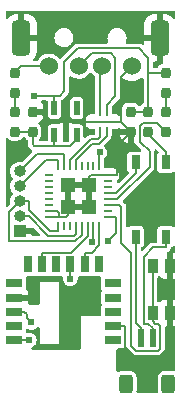
<source format=gtl>
G04 #@! TF.GenerationSoftware,KiCad,Pcbnew,(6.0.9)*
G04 #@! TF.CreationDate,2022-12-10T19:33:08+09:00*
G04 #@! TF.ProjectId,otaHID,6f746148-4944-42e6-9b69-6361645f7063,2.0*
G04 #@! TF.SameCoordinates,Original*
G04 #@! TF.FileFunction,Copper,L1,Top*
G04 #@! TF.FilePolarity,Positive*
%FSLAX46Y46*%
G04 Gerber Fmt 4.6, Leading zero omitted, Abs format (unit mm)*
G04 Created by KiCad (PCBNEW (6.0.9)) date 2022-12-10 19:33:08*
%MOMM*%
%LPD*%
G01*
G04 APERTURE LIST*
G04 Aperture macros list*
%AMRoundRect*
0 Rectangle with rounded corners*
0 $1 Rounding radius*
0 $2 $3 $4 $5 $6 $7 $8 $9 X,Y pos of 4 corners*
0 Add a 4 corners polygon primitive as box body*
4,1,4,$2,$3,$4,$5,$6,$7,$8,$9,$2,$3,0*
0 Add four circle primitives for the rounded corners*
1,1,$1+$1,$2,$3*
1,1,$1+$1,$4,$5*
1,1,$1+$1,$6,$7*
1,1,$1+$1,$8,$9*
0 Add four rect primitives between the rounded corners*
20,1,$1+$1,$2,$3,$4,$5,0*
20,1,$1+$1,$4,$5,$6,$7,0*
20,1,$1+$1,$6,$7,$8,$9,0*
20,1,$1+$1,$8,$9,$2,$3,0*%
G04 Aperture macros list end*
G04 #@! TA.AperFunction,SMDPad,CuDef*
%ADD10RoundRect,0.200000X-0.200000X0.250000X-0.200000X-0.250000X0.200000X-0.250000X0.200000X0.250000X0*%
G04 #@! TD*
G04 #@! TA.AperFunction,SMDPad,CuDef*
%ADD11R,0.150000X0.800000*%
G04 #@! TD*
G04 #@! TA.AperFunction,SMDPad,CuDef*
%ADD12R,0.800000X0.150000*%
G04 #@! TD*
G04 #@! TA.AperFunction,SMDPad,CuDef*
%ADD13R,1.200000X1.200000*%
G04 #@! TD*
G04 #@! TA.AperFunction,SMDPad,CuDef*
%ADD14R,0.200000X0.675000*%
G04 #@! TD*
G04 #@! TA.AperFunction,SMDPad,CuDef*
%ADD15R,0.700000X0.200000*%
G04 #@! TD*
G04 #@! TA.AperFunction,SMDPad,CuDef*
%ADD16R,0.900000X1.200000*%
G04 #@! TD*
G04 #@! TA.AperFunction,SMDPad,CuDef*
%ADD17R,1.400000X0.800000*%
G04 #@! TD*
G04 #@! TA.AperFunction,SMDPad,CuDef*
%ADD18R,0.800000X1.400000*%
G04 #@! TD*
G04 #@! TA.AperFunction,SMDPad,CuDef*
%ADD19RoundRect,0.200000X0.200000X-0.250000X0.200000X0.250000X-0.200000X0.250000X-0.200000X-0.250000X0*%
G04 #@! TD*
G04 #@! TA.AperFunction,ComponentPad*
%ADD20R,1.000000X1.000000*%
G04 #@! TD*
G04 #@! TA.AperFunction,ComponentPad*
%ADD21O,1.000000X1.000000*%
G04 #@! TD*
G04 #@! TA.AperFunction,SMDPad,CuDef*
%ADD22R,0.500000X1.200000*%
G04 #@! TD*
G04 #@! TA.AperFunction,SMDPad,CuDef*
%ADD23R,0.800000X1.200000*%
G04 #@! TD*
G04 #@! TA.AperFunction,SMDPad,CuDef*
%ADD24RoundRect,0.300000X-0.300000X-0.500000X0.300000X-0.500000X0.300000X0.500000X-0.300000X0.500000X0*%
G04 #@! TD*
G04 #@! TA.AperFunction,SMDPad,CuDef*
%ADD25R,0.600000X1.550000*%
G04 #@! TD*
G04 #@! TA.AperFunction,ComponentPad*
%ADD26C,1.524000*%
G04 #@! TD*
G04 #@! TA.AperFunction,ComponentPad*
%ADD27RoundRect,0.400000X0.400000X1.100000X-0.400000X1.100000X-0.400000X-1.100000X0.400000X-1.100000X0*%
G04 #@! TD*
G04 #@! TA.AperFunction,ViaPad*
%ADD28C,0.609600*%
G04 #@! TD*
G04 #@! TA.AperFunction,Conductor*
%ADD29C,0.203200*%
G04 #@! TD*
G04 #@! TA.AperFunction,Conductor*
%ADD30C,0.152400*%
G04 #@! TD*
G04 APERTURE END LIST*
D10*
X3400000Y-3850000D03*
X3400000Y-5550000D03*
D11*
X-2750000Y-13500000D03*
X-2250000Y-13500000D03*
X-1750000Y-13500000D03*
X-1250000Y-13500000D03*
X-750000Y-13500000D03*
X-250000Y-13500000D03*
X250000Y-13500000D03*
X750000Y-13500000D03*
D12*
X1500000Y-12750000D03*
X1500000Y-12250000D03*
X1500000Y-11750000D03*
X1500000Y-11250000D03*
X1500000Y-10750000D03*
X1500000Y-10250000D03*
X1500000Y-9750000D03*
X1500000Y-9250000D03*
D11*
X750000Y-8500000D03*
X250000Y-8500000D03*
X-250000Y-8500000D03*
X-750000Y-8500000D03*
X-1250000Y-8500000D03*
X-1750000Y-8500000D03*
X-2250000Y-8500000D03*
X-2750000Y-8500000D03*
D12*
X-3500000Y-9250000D03*
X-3500000Y-9750000D03*
X-3500000Y-10250000D03*
X-3500000Y-10750000D03*
X-3500000Y-11250000D03*
X-3500000Y-11750000D03*
X-3500000Y-12250000D03*
D13*
X-100000Y-10100000D03*
X-1900000Y-11900000D03*
X-1900000Y-10100000D03*
D12*
X-3500000Y-12750000D03*
D13*
X-100000Y-11900000D03*
D14*
X825000Y-3912500D03*
X1375000Y-3912500D03*
D15*
X1750000Y-4700000D03*
D14*
X1375000Y-5487500D03*
X825000Y-5487500D03*
D15*
X450000Y-4700000D03*
D16*
X5250000Y-16900000D03*
X5250000Y-20900000D03*
X6750000Y-16900000D03*
X6750000Y-20900000D03*
D17*
X1900000Y-23200000D03*
X1900000Y-22000000D03*
X1900000Y-20800000D03*
X1900000Y-19600000D03*
X1900000Y-18400000D03*
D18*
X700000Y-16800000D03*
X-500000Y-16800000D03*
X-1700000Y-16800000D03*
X-2900000Y-16800000D03*
X-4100000Y-16800000D03*
X-5300000Y-16800000D03*
D17*
X-6500000Y-18400000D03*
X-6500000Y-19600000D03*
X-6500000Y-20800000D03*
X-6500000Y-22000000D03*
X-6500000Y-23200000D03*
D19*
X-4900000Y-5550000D03*
X-4900000Y-3850000D03*
D10*
X6400000Y-550000D03*
X6400000Y-2250000D03*
D20*
X-6000000Y-14000000D03*
D21*
X-6000000Y-12730000D03*
X-6000000Y-11460000D03*
X-6000000Y-10190000D03*
X-6000000Y-8920000D03*
D19*
X-6400000Y-5550000D03*
X-6400000Y-3850000D03*
D22*
X-3050000Y-5850000D03*
X-2100000Y-5850000D03*
X-1150000Y-5850000D03*
X-1150000Y-3550000D03*
X-3050000Y-3550000D03*
D19*
X-6400000Y-2250000D03*
X-6400000Y-550000D03*
X6400000Y-5550000D03*
X6400000Y-3850000D03*
D23*
X6370000Y-8150000D03*
X3830000Y-8150000D03*
X3830000Y-14450000D03*
X6370000Y-14450000D03*
D24*
X6600000Y-26900000D03*
X3000000Y-26900000D03*
D25*
X4300000Y-23050000D03*
X5300000Y-23050000D03*
D10*
X4900000Y-3850000D03*
X4900000Y-5550000D03*
D26*
X-3500000Y0D03*
X-1000000Y0D03*
X1000000Y0D03*
X3500000Y0D03*
D27*
X5850000Y2400000D03*
X-5850000Y2400000D03*
D28*
X4800000Y-25700000D03*
X5100000Y-11300000D03*
X-5600000Y-7400000D03*
X-2100000Y-4700000D03*
X2204900Y-7295100D03*
X-5000000Y-18432400D03*
X6300000Y-18900000D03*
X-500000Y-19400000D03*
X1500000Y-14809600D03*
X-1700000Y-18009600D03*
X-5180000Y-23200000D03*
X133900Y-14862200D03*
X800000Y-7300000D03*
X-4800000Y-2500000D03*
X-5000000Y-21710500D03*
D29*
X-1150000Y-6189000D02*
X-1715900Y-6754900D01*
X-4900000Y-5550000D02*
X-4900000Y-6600000D01*
X-4745100Y-6754900D02*
X-3050000Y-6754900D01*
X-6400000Y-5550000D02*
X-4900000Y-5550000D01*
X-4900000Y-6600000D02*
X-4745100Y-6754900D01*
X-1150000Y-5850000D02*
X-1150000Y-6189000D01*
X-3050000Y-5850000D02*
X-3050000Y-6754900D01*
X-1715900Y-6754900D02*
X-3050000Y-6754900D01*
X-1900000Y-10100000D02*
X-995100Y-10100000D01*
X-100000Y-10100000D02*
X-100000Y-11900000D01*
X6750000Y-16900000D02*
X6750000Y-20900000D01*
X2077500Y-4700000D02*
X2550000Y-4700000D01*
X3674100Y-24543200D02*
X5910000Y-24543200D01*
X1900000Y-22000000D02*
X2904900Y-22000000D01*
X450000Y-4700000D02*
X-2100000Y-4700000D01*
X2904900Y-23774000D02*
X3674100Y-24543200D01*
D30*
X-1900000Y-12600000D02*
X-1900000Y-11900000D01*
D29*
X2204900Y-9250000D02*
X2204900Y-7295100D01*
X-2100000Y-4700000D02*
X-3400000Y-4700000D01*
D30*
X-2850000Y-12250000D02*
X-3500000Y-12250000D01*
X-3500000Y-12750000D02*
X-2850000Y-12750000D01*
D29*
X-2100000Y-5850000D02*
X-2100000Y-4700000D01*
X450000Y-4700000D02*
X1750000Y-4700000D01*
D30*
X-2700000Y-12400000D02*
X-2850000Y-12250000D01*
D29*
X2550000Y-4700000D02*
X3400000Y-5550000D01*
X2204900Y-7295100D02*
X2204900Y-6745100D01*
D30*
X-2700000Y-12400000D02*
X-2700000Y-12700000D01*
D29*
X-100000Y-10100000D02*
X-995100Y-10100000D01*
X2550000Y-950000D02*
X3500000Y0D01*
X6750000Y-23703200D02*
X6750000Y-20900000D01*
X-100000Y-11900000D02*
X-995100Y-11900000D01*
X1750000Y-4700000D02*
X2077500Y-4700000D01*
X-1900000Y-10100000D02*
X-1900000Y-11900000D01*
D30*
X-2050000Y-12750000D02*
X-1900000Y-12600000D01*
X-2700000Y-12700000D02*
X-2650000Y-12750000D01*
D29*
X-4250000Y-3850000D02*
X-4900000Y-3850000D01*
X5910000Y-24543200D02*
X6750000Y-23703200D01*
D30*
X1500000Y-9250000D02*
X50000Y-9250000D01*
D29*
X-1900000Y-11900000D02*
X-995100Y-11900000D01*
X2904900Y-22000000D02*
X2904900Y-23774000D01*
D30*
X-2850000Y-12750000D02*
X-2650000Y-12750000D01*
D29*
X-3400000Y-4700000D02*
X-4250000Y-3850000D01*
D30*
X50000Y-9250000D02*
X-100000Y-9400000D01*
D29*
X2204900Y-6745100D02*
X3400000Y-5550000D01*
D30*
X-2650000Y-12750000D02*
X-2050000Y-12750000D01*
X1500000Y-9250000D02*
X2204900Y-9250000D01*
D29*
X2550000Y-950000D02*
X2550000Y-4700000D01*
D30*
X-100000Y-9400000D02*
X-100000Y-10100000D01*
D29*
X5000000Y-8530000D02*
X2280000Y-11250000D01*
X4185000Y-5059200D02*
X4185000Y-6395000D01*
X4195000Y-6395000D02*
X5000000Y-7200000D01*
X6400000Y-5550000D02*
X5637500Y-4787500D01*
X4456700Y-4787500D02*
X4185000Y-5059200D01*
X5000000Y-7200000D02*
X5000000Y-8530000D01*
D30*
X1500000Y-11250000D02*
X2280000Y-11250000D01*
D29*
X5637500Y-4787500D02*
X4456700Y-4787500D01*
X4185000Y-6395000D02*
X4195000Y-6395000D01*
X6400000Y-3850000D02*
X6400000Y-2250000D01*
X-6400000Y-2250000D02*
X-6400000Y-3850000D01*
X-5850000Y0D02*
X-6400000Y-550000D01*
X-3500000Y0D02*
X-5850000Y0D01*
X2100000Y700000D02*
X2100000Y-2545100D01*
X-1000000Y0D02*
X95300Y1095300D01*
X1375000Y-3912500D02*
X1375000Y-3270100D01*
X1704700Y1095300D02*
X2100000Y700000D01*
X2100000Y-2545100D02*
X1375000Y-3270100D01*
X95300Y1095300D02*
X1704700Y1095300D01*
X1000000Y0D02*
X825000Y-175000D01*
X825000Y-175000D02*
X825000Y-3912500D01*
D30*
X-1250000Y-14241184D02*
X-1354408Y-14345592D01*
D29*
X-5195100Y-12730000D02*
X-3570200Y-14354900D01*
X-6000000Y-12730000D02*
X-5195100Y-12730000D01*
D30*
X-1250000Y-13500000D02*
X-1250000Y-14241184D01*
D29*
X-3570200Y-14354900D02*
X-1400000Y-14354900D01*
D30*
X-2750000Y-8500000D02*
X-2750000Y-7950000D01*
D29*
X-6000000Y-10190000D02*
X-3760000Y-7950000D01*
X-3760000Y-7950000D02*
X-2750000Y-7950000D01*
X-4530000Y-7450000D02*
X-2250000Y-7450000D01*
X-6000000Y-8920000D02*
X-4530000Y-7450000D01*
D30*
X-2250000Y-8500000D02*
X-2250000Y-7450000D01*
D29*
X3830000Y-21714336D02*
X4300000Y-22184336D01*
X3830000Y-14450000D02*
X3830000Y-21714336D01*
X4300000Y-22184336D02*
X4300000Y-23050000D01*
X3842500Y-24136700D02*
X3423400Y-23717600D01*
X5484968Y-21815032D02*
X5749632Y-21815032D01*
X5250000Y-20900000D02*
X5250000Y-21580064D01*
X2600000Y-14990400D02*
X2600000Y-11900000D01*
X5250000Y-21580064D02*
X5484968Y-21815032D01*
X3423400Y-23717600D02*
X3423400Y-15813800D01*
X5905000Y-23973300D02*
X5741600Y-24136700D01*
X5749632Y-21815032D02*
X5905000Y-21970400D01*
X5250000Y-20900000D02*
X5250000Y-16900000D01*
D30*
X1500000Y-11750000D02*
X2450000Y-11750000D01*
D29*
X5905000Y-21970400D02*
X5905000Y-23973300D01*
X5741600Y-24136700D02*
X3842500Y-24136700D01*
X3423400Y-15813800D02*
X2600000Y-14990400D01*
X2600000Y-11900000D02*
X2450000Y-11750000D01*
D30*
X-1250000Y-8500000D02*
X-1250000Y-7969094D01*
X-1250000Y-7969094D02*
X159547Y-6559547D01*
X749253Y-6559547D02*
X1375000Y-5933800D01*
X159547Y-6559547D02*
X749253Y-6559547D01*
X1375000Y-5933800D02*
X1375000Y-5487500D01*
X-1750000Y-7966200D02*
X-1750000Y-8500000D01*
X16200Y-6200000D02*
X-1750000Y-7966200D01*
X825000Y-5487500D02*
X825000Y-5975000D01*
X600000Y-6200000D02*
X16200Y-6200000D01*
X825000Y-5975000D02*
X600000Y-6200000D01*
D29*
X139300Y-15795100D02*
X750000Y-15184400D01*
X-500000Y-15795100D02*
X139300Y-15795100D01*
D30*
X750000Y-13500000D02*
X750000Y-15184400D01*
D29*
X-500000Y-16800000D02*
X-500000Y-15795100D01*
X1500000Y-14809600D02*
X2150000Y-14159600D01*
X-1700000Y-16800000D02*
X-1700000Y-17804900D01*
X-1700000Y-17804900D02*
X-1700000Y-18009600D01*
D30*
X1500000Y-12750000D02*
X2150000Y-12750000D01*
D29*
X2150000Y-14159600D02*
X2150000Y-12750000D01*
D30*
X2134900Y-10750000D02*
X2204900Y-10680000D01*
D29*
X3830000Y-9054900D02*
X2204900Y-10680000D01*
D30*
X1500000Y-10750000D02*
X2134900Y-10750000D01*
D29*
X3830000Y-8150000D02*
X3830000Y-9054900D01*
X4495200Y-21804800D02*
X4900000Y-21804800D01*
X4495000Y-21804600D02*
X4495200Y-21804800D01*
X6370000Y-14450000D02*
X6370000Y-15354900D01*
X4495000Y-16150900D02*
X4495000Y-21804600D01*
X5300000Y-22204800D02*
X5300000Y-23050000D01*
X5291000Y-15354900D02*
X4495000Y-16150900D01*
X4900000Y-21804800D02*
X5300000Y-22204800D01*
X6370000Y-15354900D02*
X5291000Y-15354900D01*
X4900000Y-5550000D02*
X4900000Y-5775100D01*
X6370000Y-8150000D02*
X6370000Y-7245100D01*
X4900000Y-5775100D02*
X6370000Y-7245100D01*
X-4100000Y-16800000D02*
X-4100000Y-15795100D01*
X-1673800Y-15795100D02*
X-250000Y-14371300D01*
X-4100000Y-15795100D02*
X-1673800Y-15795100D01*
D30*
X-250000Y-13500000D02*
X-250000Y-14371300D01*
D29*
X-6500000Y-23200000D02*
X-5180000Y-23200000D01*
D30*
X250000Y-13500000D02*
X250000Y-14746100D01*
X250000Y-14746100D02*
X133900Y-14862200D01*
D29*
X4950000Y-550000D02*
X4900000Y-500000D01*
X4106401Y1493599D02*
X1874556Y1493599D01*
X4900000Y-500000D02*
X4900000Y700000D01*
X6400000Y-550000D02*
X4950000Y-550000D01*
X-5600000Y-20800000D02*
X-5400000Y-21000000D01*
X-5400000Y-21000000D02*
X-5400000Y-21310500D01*
X-6895200Y-14804800D02*
X-6900000Y-14800000D01*
X-6900000Y-14800000D02*
X-6900000Y-12360000D01*
D30*
X750000Y-7350000D02*
X800000Y-7300000D01*
D29*
X1866255Y1501900D02*
X-1073600Y1501900D01*
D30*
X750000Y-8500000D02*
X750000Y-7350000D01*
D29*
X-1073600Y1501900D02*
X-2250000Y325500D01*
X-2250000Y325500D02*
X-2250000Y-2140700D01*
X-5195100Y-11963100D02*
X-5195100Y-12155264D01*
X1874556Y1493599D02*
X1866255Y1501900D01*
D30*
X-750000Y-13500000D02*
X-750000Y-14280000D01*
D29*
X-6900000Y-12360000D02*
X-6000000Y-11460000D01*
X4900000Y700000D02*
X4106401Y1493599D01*
X4900000Y-3850000D02*
X3400000Y-3850000D01*
X-2250000Y-2140700D02*
X-2609300Y-2500000D01*
D30*
X-3376464Y-13973900D02*
X-3425182Y-13925182D01*
D29*
X-3050000Y-2550000D02*
X-3100000Y-2500000D01*
X-1274800Y-14804800D02*
X-6895200Y-14804800D01*
X-5848900Y-11460000D02*
X-5195100Y-11460000D01*
X-6000000Y-11460000D02*
X-5923400Y-11460000D01*
D30*
X-2750000Y-13500000D02*
X-2750000Y-13950000D01*
D29*
X-2609300Y-2500000D02*
X-3100000Y-2500000D01*
X-5195100Y-11963100D02*
X-5195100Y-11460000D01*
X4900000Y-500000D02*
X4900000Y-3850000D01*
X-5195100Y-12155264D02*
X-3425182Y-13925182D01*
D30*
X-2773900Y-13973900D02*
X-3376464Y-13973900D01*
D29*
X-750000Y-14280000D02*
X-1274800Y-14804800D01*
X-5600000Y-20800000D02*
X-6500000Y-20800000D01*
X-3050000Y-3550000D02*
X-3050000Y-2550000D01*
X-5923400Y-11460000D02*
X-5848900Y-11460000D01*
X-5400000Y-21310500D02*
X-5000000Y-21710500D01*
D30*
X-2750000Y-13950000D02*
X-2773900Y-13973900D01*
D29*
X-3100000Y-2500000D02*
X-4800000Y-2500000D01*
G04 #@! TA.AperFunction,Conductor*
G36*
X7112629Y-15243221D02*
G01*
X7169502Y-15285718D01*
X7194371Y-15352216D01*
X7194700Y-15361315D01*
X7194700Y-15666000D01*
X7174698Y-15734121D01*
X7121042Y-15780614D01*
X7068700Y-15792000D01*
X7022115Y-15792000D01*
X7006876Y-15796475D01*
X7005671Y-15797865D01*
X7004000Y-15805548D01*
X7004000Y-17989884D01*
X7008475Y-18005123D01*
X7009865Y-18006328D01*
X7017548Y-18007999D01*
X7068700Y-18007999D01*
X7136821Y-18028001D01*
X7183314Y-18081657D01*
X7194700Y-18133999D01*
X7194700Y-19666000D01*
X7174698Y-19734121D01*
X7121042Y-19780614D01*
X7068700Y-19792000D01*
X7022115Y-19792000D01*
X7006876Y-19796475D01*
X7005671Y-19797865D01*
X7004000Y-19805548D01*
X7004000Y-21989884D01*
X7008475Y-22005123D01*
X7009865Y-22006328D01*
X7017548Y-22007999D01*
X7068700Y-22007999D01*
X7136821Y-22028001D01*
X7183314Y-22081657D01*
X7194700Y-22133999D01*
X7194700Y-25684600D01*
X7174698Y-25752721D01*
X7121042Y-25799214D01*
X7052255Y-25809522D01*
X6939673Y-25794700D01*
X6600042Y-25794700D01*
X6260328Y-25794701D01*
X6256243Y-25795239D01*
X6256239Y-25795239D01*
X6150172Y-25809202D01*
X6150170Y-25809202D01*
X6141985Y-25810280D01*
X5994738Y-25871272D01*
X5988187Y-25876299D01*
X5874848Y-25963267D01*
X5868295Y-25968295D01*
X5771272Y-26094739D01*
X5710280Y-26241985D01*
X5694700Y-26360327D01*
X5694701Y-27439672D01*
X5709522Y-27552253D01*
X5709522Y-27552255D01*
X5698582Y-27622403D01*
X5651454Y-27675502D01*
X5584600Y-27694700D01*
X4015400Y-27694700D01*
X3947279Y-27674698D01*
X3900786Y-27621042D01*
X3890478Y-27552255D01*
X3905300Y-27439673D01*
X3905299Y-26360328D01*
X3889720Y-26241985D01*
X3828728Y-26094738D01*
X3780216Y-26031516D01*
X3736732Y-25974846D01*
X3736731Y-25974845D01*
X3731705Y-25968295D01*
X3605261Y-25871272D01*
X3458015Y-25810280D01*
X3449831Y-25809203D01*
X3449829Y-25809202D01*
X3343760Y-25795238D01*
X3343759Y-25795238D01*
X3339673Y-25794700D01*
X3000042Y-25794700D01*
X2660328Y-25794701D01*
X2656243Y-25795239D01*
X2656239Y-25795239D01*
X2550172Y-25809202D01*
X2550170Y-25809202D01*
X2541985Y-25810280D01*
X2534120Y-25813538D01*
X2402368Y-25868111D01*
X2402365Y-25868113D01*
X2394738Y-25871272D01*
X2388705Y-25875901D01*
X2320004Y-25892567D01*
X2252912Y-25869346D01*
X2209025Y-25813538D01*
X2200000Y-25766710D01*
X2200000Y-24031300D01*
X2220002Y-23963179D01*
X2273658Y-23916686D01*
X2326000Y-23905300D01*
X2645358Y-23905300D01*
X2656252Y-23904004D01*
X2662593Y-23903250D01*
X2662596Y-23903249D01*
X2671978Y-23902133D01*
X2775919Y-23855964D01*
X2827344Y-23804449D01*
X2889624Y-23770370D01*
X2960444Y-23775372D01*
X3017317Y-23817869D01*
X3031404Y-23845003D01*
X3031592Y-23844907D01*
X3039632Y-23860688D01*
X3041808Y-23864958D01*
X3049372Y-23883220D01*
X3053264Y-23895197D01*
X3056330Y-23904632D01*
X3062161Y-23912657D01*
X3069560Y-23922841D01*
X3079890Y-23939696D01*
X3090108Y-23959751D01*
X3600349Y-24469992D01*
X3620404Y-24480210D01*
X3637259Y-24490540D01*
X3655468Y-24503770D01*
X3664901Y-24506835D01*
X3664903Y-24506836D01*
X3676880Y-24510728D01*
X3695141Y-24518292D01*
X3715194Y-24528509D01*
X3724987Y-24530060D01*
X3737426Y-24532030D01*
X3756652Y-24536646D01*
X3778054Y-24543600D01*
X5806046Y-24543600D01*
X5827448Y-24536646D01*
X5846674Y-24532030D01*
X5859113Y-24530060D01*
X5868906Y-24528509D01*
X5888959Y-24518292D01*
X5907220Y-24510728D01*
X5919197Y-24506836D01*
X5919199Y-24506835D01*
X5928632Y-24503770D01*
X5946841Y-24490540D01*
X5963696Y-24480210D01*
X5983751Y-24469992D01*
X6074892Y-24378851D01*
X6215366Y-24238378D01*
X6215369Y-24238374D01*
X6238292Y-24215451D01*
X6248512Y-24195393D01*
X6258840Y-24178540D01*
X6266238Y-24168357D01*
X6272069Y-24160332D01*
X6279023Y-24138931D01*
X6286588Y-24120665D01*
X6292309Y-24109438D01*
X6292309Y-24109437D01*
X6296809Y-24100606D01*
X6298360Y-24090815D01*
X6298361Y-24090811D01*
X6300333Y-24078363D01*
X6304947Y-24059144D01*
X6308833Y-24047182D01*
X6311899Y-24037747D01*
X6311899Y-24005330D01*
X6311900Y-24005324D01*
X6311900Y-22133999D01*
X6331902Y-22065879D01*
X6385558Y-22019386D01*
X6437900Y-22008000D01*
X6477885Y-22008000D01*
X6493124Y-22003525D01*
X6494329Y-22002135D01*
X6496000Y-21994452D01*
X6496000Y-19810116D01*
X6491525Y-19794877D01*
X6490135Y-19793672D01*
X6482452Y-19792001D01*
X6255331Y-19792001D01*
X6248510Y-19792371D01*
X6197648Y-19797895D01*
X6182396Y-19801521D01*
X6061946Y-19846676D01*
X6046351Y-19855214D01*
X5944276Y-19931715D01*
X5931713Y-19944278D01*
X5921691Y-19957650D01*
X5864831Y-20000165D01*
X5787724Y-20003647D01*
X5780116Y-20001573D01*
X5771451Y-19997742D01*
X5762040Y-19996645D01*
X5752900Y-19994153D01*
X5753712Y-19991174D01*
X5702972Y-19969628D01*
X5663000Y-19910953D01*
X5656900Y-19872224D01*
X5656900Y-17927722D01*
X5676902Y-17859601D01*
X5730558Y-17813108D01*
X5753711Y-17806617D01*
X5753474Y-17805755D01*
X5762589Y-17803250D01*
X5771978Y-17802133D01*
X5780617Y-17798295D01*
X5787471Y-17796412D01*
X5858457Y-17797648D01*
X5921685Y-17842342D01*
X5931713Y-17855722D01*
X5944276Y-17868285D01*
X6046351Y-17944786D01*
X6061946Y-17953324D01*
X6182394Y-17998478D01*
X6197649Y-18002105D01*
X6248514Y-18007631D01*
X6255328Y-18008000D01*
X6477885Y-18008000D01*
X6493124Y-18003525D01*
X6494329Y-18002135D01*
X6496000Y-17994452D01*
X6496000Y-15824587D01*
X6516002Y-15756466D01*
X6564796Y-15712321D01*
X6612151Y-15688192D01*
X6703292Y-15597051D01*
X6761809Y-15482206D01*
X6767231Y-15447972D01*
X6797642Y-15383818D01*
X6843434Y-15355412D01*
X6841978Y-15352133D01*
X6935284Y-15310688D01*
X6945919Y-15305964D01*
X6979526Y-15272298D01*
X7041809Y-15238218D01*
X7112629Y-15243221D01*
G37*
G04 #@! TD.AperFunction*
G04 #@! TA.AperFunction,Conductor*
G36*
X150887Y-17767923D02*
G01*
X228549Y-17802258D01*
X254642Y-17805300D01*
X770568Y-17805300D01*
X838689Y-17825302D01*
X885182Y-17878958D01*
X895721Y-17945886D01*
X894700Y-17954642D01*
X894700Y-18845358D01*
X897867Y-18871978D01*
X901705Y-18880618D01*
X931987Y-18948793D01*
X941360Y-19019168D01*
X932077Y-19050887D01*
X897742Y-19128549D01*
X894700Y-19154642D01*
X894700Y-20045358D01*
X897867Y-20071978D01*
X901705Y-20080618D01*
X931987Y-20148793D01*
X941360Y-20219168D01*
X932077Y-20250887D01*
X897742Y-20328549D01*
X894700Y-20354642D01*
X894700Y-21074000D01*
X874698Y-21142121D01*
X821042Y-21188614D01*
X768700Y-21200000D01*
X-800000Y-21200000D01*
X-800000Y-23874000D01*
X-820002Y-23942121D01*
X-873658Y-23988614D01*
X-926000Y-24000000D01*
X-4881777Y-24000000D01*
X-4949898Y-23979998D01*
X-4996391Y-23926342D01*
X-5006495Y-23856068D01*
X-4977001Y-23791488D01*
X-4938390Y-23761435D01*
X-4846682Y-23715312D01*
X-4846676Y-23715308D01*
X-4839896Y-23711898D01*
X-4727609Y-23615995D01*
X-4641439Y-23496077D01*
X-4586360Y-23359065D01*
X-4565554Y-23212871D01*
X-4565419Y-23200000D01*
X-4583159Y-23053402D01*
X-4635356Y-22915267D01*
X-4718996Y-22793570D01*
X-4829250Y-22695337D01*
X-4845207Y-22686888D01*
X-4953043Y-22629792D01*
X-4953045Y-22629791D01*
X-4959754Y-22626239D01*
X-5006660Y-22614457D01*
X-5095602Y-22592116D01*
X-5095606Y-22592116D01*
X-5102973Y-22590265D01*
X-5110572Y-22590225D01*
X-5110574Y-22590225D01*
X-5172202Y-22589903D01*
X-5250638Y-22589492D01*
X-5258018Y-22591264D01*
X-5258020Y-22591264D01*
X-5286715Y-22598153D01*
X-5344096Y-22611929D01*
X-5415002Y-22608382D01*
X-5472736Y-22567062D01*
X-5498966Y-22501089D01*
X-5496405Y-22471607D01*
X-5497742Y-22471451D01*
X-5495125Y-22449000D01*
X-5494700Y-22445358D01*
X-5494700Y-22347949D01*
X-5474698Y-22279828D01*
X-5421042Y-22233335D01*
X-5350768Y-22223231D01*
X-5308579Y-22237218D01*
X-5226242Y-22281923D01*
X-5083408Y-22319395D01*
X-5006621Y-22320601D01*
X-4943357Y-22321595D01*
X-4943354Y-22321595D01*
X-4935759Y-22321714D01*
X-4883964Y-22309851D01*
X-4799221Y-22290443D01*
X-4799217Y-22290442D01*
X-4791818Y-22288747D01*
X-4771046Y-22278300D01*
X-4666679Y-22225810D01*
X-4666676Y-22225808D01*
X-4659896Y-22222398D01*
X-4547609Y-22126495D01*
X-4528320Y-22099652D01*
X-4472329Y-22056006D01*
X-4401625Y-22049560D01*
X-4338661Y-22082362D01*
X-4303426Y-22143999D01*
X-4300000Y-22173180D01*
X-4300000Y-23500000D01*
X-2700000Y-23500000D01*
X-2700000Y-18300000D01*
X-4300000Y-18300000D01*
X-4300000Y-20074000D01*
X-4320002Y-20142121D01*
X-4373658Y-20188614D01*
X-4426000Y-20200000D01*
X-5168073Y-20200000D01*
X-5236194Y-20179998D01*
X-5282687Y-20126342D01*
X-5293337Y-20060397D01*
X-5292369Y-20051480D01*
X-5292000Y-20044672D01*
X-5292000Y-19872115D01*
X-5296475Y-19856876D01*
X-5297865Y-19855671D01*
X-5305548Y-19854000D01*
X-6628000Y-19854000D01*
X-6696121Y-19833998D01*
X-6742614Y-19780342D01*
X-6754000Y-19728000D01*
X-6754000Y-19472000D01*
X-6733998Y-19403879D01*
X-6680342Y-19357386D01*
X-6628000Y-19346000D01*
X-5310116Y-19346000D01*
X-5294877Y-19341525D01*
X-5293672Y-19340135D01*
X-5292001Y-19332452D01*
X-5292001Y-19155331D01*
X-5292371Y-19148510D01*
X-5297895Y-19097648D01*
X-5301521Y-19082396D01*
X-5346676Y-18961946D01*
X-5355214Y-18946351D01*
X-5431715Y-18844276D01*
X-5450626Y-18825365D01*
X-5449707Y-18824446D01*
X-5486781Y-18774862D01*
X-5494700Y-18730897D01*
X-5494700Y-17954642D01*
X-5495706Y-17946183D01*
X-5483890Y-17876177D01*
X-5436102Y-17823672D01*
X-5370588Y-17805300D01*
X-4854642Y-17805300D01*
X-4843748Y-17804004D01*
X-4837407Y-17803250D01*
X-4837404Y-17803249D01*
X-4828022Y-17802133D01*
X-4751207Y-17768013D01*
X-4680832Y-17758640D01*
X-4649113Y-17767923D01*
X-4571451Y-17802258D01*
X-4545358Y-17805300D01*
X-3654642Y-17805300D01*
X-3643748Y-17804004D01*
X-3637407Y-17803250D01*
X-3637404Y-17803249D01*
X-3628022Y-17802133D01*
X-3551207Y-17768013D01*
X-3480832Y-17758640D01*
X-3449113Y-17767923D01*
X-3371451Y-17802258D01*
X-3345358Y-17805300D01*
X-2454642Y-17805300D01*
X-2446826Y-17804370D01*
X-2376820Y-17816181D01*
X-2324311Y-17863965D01*
X-2305972Y-17932553D01*
X-2307013Y-17945932D01*
X-2313556Y-17995631D01*
X-2313556Y-17995637D01*
X-2314547Y-18003164D01*
X-2298343Y-18149940D01*
X-2247596Y-18288614D01*
X-2243360Y-18294917D01*
X-2243360Y-18294918D01*
X-2231981Y-18311851D01*
X-2165235Y-18411180D01*
X-2056015Y-18510562D01*
X-1926242Y-18581023D01*
X-1783408Y-18618495D01*
X-1706621Y-18619701D01*
X-1643357Y-18620695D01*
X-1643354Y-18620695D01*
X-1635759Y-18620814D01*
X-1583964Y-18608951D01*
X-1499221Y-18589543D01*
X-1499217Y-18589542D01*
X-1491818Y-18587847D01*
X-1471046Y-18577400D01*
X-1366679Y-18524910D01*
X-1366676Y-18524908D01*
X-1359896Y-18521498D01*
X-1247609Y-18425595D01*
X-1161439Y-18305677D01*
X-1106360Y-18168665D01*
X-1085554Y-18022471D01*
X-1085419Y-18009600D01*
X-1093282Y-17944625D01*
X-1081608Y-17874597D01*
X-1033926Y-17821995D01*
X-965374Y-17803523D01*
X-953613Y-17804338D01*
X-945358Y-17805300D01*
X-54642Y-17805300D01*
X-43748Y-17804004D01*
X-37407Y-17803250D01*
X-37404Y-17803249D01*
X-28022Y-17802133D01*
X48793Y-17768013D01*
X119168Y-17758640D01*
X150887Y-17767923D01*
G37*
G04 #@! TD.AperFunction*
G04 #@! TA.AperFunction,Conductor*
G36*
X5615412Y-7066409D02*
G01*
X5621995Y-7072538D01*
X5729748Y-7180291D01*
X5763774Y-7242603D01*
X5758709Y-7313418D01*
X5729826Y-7358403D01*
X5713730Y-7374528D01*
X5667742Y-7478549D01*
X5664700Y-7504642D01*
X5664700Y-8795358D01*
X5665996Y-8806252D01*
X5666659Y-8811821D01*
X5667867Y-8821978D01*
X5714036Y-8925919D01*
X5733509Y-8945358D01*
X5786295Y-8998052D01*
X5786297Y-8998053D01*
X5794528Y-9006270D01*
X5898549Y-9052258D01*
X5924642Y-9055300D01*
X6815358Y-9055300D01*
X6826252Y-9054004D01*
X6832593Y-9053250D01*
X6832596Y-9053249D01*
X6841978Y-9052133D01*
X6945919Y-9005964D01*
X6979526Y-8972298D01*
X7041809Y-8938218D01*
X7112629Y-8943221D01*
X7169502Y-8985718D01*
X7194371Y-9052216D01*
X7194700Y-9061315D01*
X7194700Y-13538707D01*
X7174698Y-13606828D01*
X7121042Y-13653321D01*
X7050768Y-13663425D01*
X6986188Y-13633931D01*
X6979683Y-13627881D01*
X6953705Y-13601948D01*
X6953703Y-13601947D01*
X6945472Y-13593730D01*
X6841451Y-13547742D01*
X6815358Y-13544700D01*
X5924642Y-13544700D01*
X5913748Y-13545996D01*
X5907407Y-13546750D01*
X5907404Y-13546751D01*
X5898022Y-13547867D01*
X5794081Y-13594036D01*
X5775471Y-13612679D01*
X5721948Y-13666295D01*
X5721947Y-13666297D01*
X5713730Y-13674528D01*
X5667742Y-13778549D01*
X5664700Y-13804642D01*
X5664700Y-14822000D01*
X5644698Y-14890121D01*
X5591042Y-14936614D01*
X5538700Y-14948000D01*
X5226554Y-14948000D01*
X5217121Y-14951065D01*
X5205152Y-14954954D01*
X5185926Y-14959570D01*
X5163694Y-14963091D01*
X5154861Y-14967592D01*
X5154860Y-14967592D01*
X5143642Y-14973308D01*
X5125380Y-14980872D01*
X5113403Y-14984764D01*
X5113401Y-14984765D01*
X5103968Y-14987830D01*
X5095943Y-14993661D01*
X5085759Y-15001060D01*
X5068904Y-15011390D01*
X5048849Y-15021608D01*
X4451995Y-15618462D01*
X4389683Y-15652488D01*
X4318868Y-15647423D01*
X4262032Y-15604876D01*
X4237221Y-15538356D01*
X4236900Y-15529367D01*
X4236900Y-15462943D01*
X4256902Y-15394822D01*
X4311751Y-15347792D01*
X4395286Y-15310687D01*
X4405919Y-15305964D01*
X4472199Y-15239568D01*
X4478052Y-15233705D01*
X4478053Y-15233703D01*
X4486270Y-15225472D01*
X4532258Y-15121451D01*
X4535300Y-15095358D01*
X4535300Y-13804642D01*
X4534004Y-13793748D01*
X4533250Y-13787407D01*
X4533249Y-13787404D01*
X4532133Y-13778022D01*
X4485964Y-13674081D01*
X4437899Y-13626100D01*
X4413705Y-13601948D01*
X4413703Y-13601947D01*
X4405472Y-13593730D01*
X4301451Y-13547742D01*
X4275358Y-13544700D01*
X3384642Y-13544700D01*
X3373748Y-13545996D01*
X3367407Y-13546750D01*
X3367404Y-13546751D01*
X3358022Y-13547867D01*
X3254081Y-13594036D01*
X3235471Y-13612679D01*
X3222073Y-13626100D01*
X3159791Y-13660179D01*
X3088971Y-13655176D01*
X3032098Y-13612679D01*
X3007229Y-13546181D01*
X3006900Y-13537082D01*
X3006900Y-11835554D01*
X2999946Y-11814152D01*
X2995330Y-11794926D01*
X2993360Y-11782487D01*
X2991809Y-11772694D01*
X2981592Y-11752641D01*
X2974028Y-11734380D01*
X2970136Y-11722403D01*
X2970135Y-11722401D01*
X2967070Y-11712968D01*
X2953840Y-11694759D01*
X2943508Y-11677900D01*
X2937795Y-11666687D01*
X2933292Y-11657849D01*
X2779538Y-11504095D01*
X2745512Y-11441783D01*
X2750577Y-11370968D01*
X2779538Y-11325905D01*
X5333292Y-8772151D01*
X5343510Y-8752096D01*
X5353840Y-8735241D01*
X5358053Y-8729442D01*
X5367070Y-8717032D01*
X5370136Y-8707597D01*
X5374028Y-8695620D01*
X5381592Y-8677358D01*
X5387308Y-8666140D01*
X5387308Y-8666139D01*
X5391809Y-8657306D01*
X5395330Y-8635074D01*
X5399946Y-8615848D01*
X5403835Y-8603879D01*
X5406900Y-8594446D01*
X5406900Y-7161633D01*
X5426902Y-7093512D01*
X5480558Y-7047019D01*
X5550832Y-7036915D01*
X5615412Y-7066409D01*
G37*
G04 #@! TD.AperFunction*
G04 #@! TA.AperFunction,Conductor*
G36*
X-4789687Y-13710856D02*
G01*
X-4317738Y-14182805D01*
X-4283712Y-14245117D01*
X-4288777Y-14315932D01*
X-4331324Y-14372768D01*
X-4397844Y-14397579D01*
X-4406833Y-14397900D01*
X-4866000Y-14397900D01*
X-4934121Y-14377898D01*
X-4980614Y-14324242D01*
X-4991819Y-14272731D01*
X-4996475Y-14256876D01*
X-4997865Y-14255671D01*
X-5005548Y-14254000D01*
X-6128000Y-14254000D01*
X-6196121Y-14233998D01*
X-6242614Y-14180342D01*
X-6254000Y-14128000D01*
X-6254000Y-13872000D01*
X-6233998Y-13803879D01*
X-6180342Y-13757386D01*
X-6128000Y-13746000D01*
X-5010116Y-13746000D01*
X-4994877Y-13741525D01*
X-4974007Y-13717440D01*
X-4914282Y-13679055D01*
X-4843285Y-13679055D01*
X-4789687Y-13710856D01*
G37*
G04 #@! TD.AperFunction*
G04 #@! TA.AperFunction,Conductor*
G36*
X96121Y-9866002D02*
G01*
X142614Y-9919658D01*
X154000Y-9972000D01*
X154000Y-12028000D01*
X133998Y-12096121D01*
X80342Y-12142614D01*
X28000Y-12154000D01*
X-2028000Y-12154000D01*
X-2096121Y-12133998D01*
X-2142614Y-12080342D01*
X-2154000Y-12028000D01*
X-2154000Y-11627885D01*
X-1646000Y-11627885D01*
X-1641525Y-11643124D01*
X-1640135Y-11644329D01*
X-1632452Y-11646000D01*
X-372115Y-11646000D01*
X-356876Y-11641525D01*
X-355671Y-11640135D01*
X-354000Y-11632452D01*
X-354000Y-10372115D01*
X-358475Y-10356876D01*
X-359865Y-10355671D01*
X-367548Y-10354000D01*
X-1627885Y-10354000D01*
X-1643124Y-10358475D01*
X-1644329Y-10359865D01*
X-1646000Y-10367548D01*
X-1646000Y-11627885D01*
X-2154000Y-11627885D01*
X-2154000Y-9972000D01*
X-2133998Y-9903879D01*
X-2080342Y-9857386D01*
X-2028000Y-9846000D01*
X28000Y-9846000D01*
X96121Y-9866002D01*
G37*
G04 #@! TD.AperFunction*
G04 #@! TA.AperFunction,Conductor*
G36*
X-5574376Y-6017389D02*
G01*
X-5549320Y-6046306D01*
X-5547780Y-6045152D01*
X-5482607Y-6132111D01*
X-5460975Y-6160975D01*
X-5372431Y-6227335D01*
X-5357335Y-6238649D01*
X-5314820Y-6295508D01*
X-5306900Y-6339475D01*
X-5306900Y-6664446D01*
X-5303835Y-6673879D01*
X-5299946Y-6685848D01*
X-5295330Y-6705074D01*
X-5291809Y-6727306D01*
X-5287308Y-6736139D01*
X-5287308Y-6736140D01*
X-5281592Y-6747358D01*
X-5274028Y-6765620D01*
X-5270136Y-6777597D01*
X-5267070Y-6787032D01*
X-5261239Y-6795057D01*
X-5253840Y-6805241D01*
X-5243510Y-6822096D01*
X-5233292Y-6842151D01*
X-4987251Y-7088192D01*
X-4978410Y-7092696D01*
X-4970391Y-7098523D01*
X-4971515Y-7100069D01*
X-4928774Y-7140432D01*
X-4911704Y-7209347D01*
X-4934602Y-7276549D01*
X-4948494Y-7293051D01*
X-5746231Y-8090788D01*
X-5808543Y-8124814D01*
X-5850243Y-8126807D01*
X-5994342Y-8109624D01*
X-6001345Y-8110360D01*
X-6001346Y-8110360D01*
X-6167021Y-8127773D01*
X-6167023Y-8127774D01*
X-6174021Y-8128509D01*
X-6264082Y-8159168D01*
X-6338380Y-8184461D01*
X-6338383Y-8184462D01*
X-6345050Y-8186732D01*
X-6498930Y-8281399D01*
X-6628012Y-8407806D01*
X-6725881Y-8559669D01*
X-6728292Y-8566292D01*
X-6728293Y-8566295D01*
X-6785263Y-8722819D01*
X-6785264Y-8722824D01*
X-6787673Y-8729442D01*
X-6810317Y-8908685D01*
X-6792687Y-9088491D01*
X-6735659Y-9259922D01*
X-6732011Y-9265945D01*
X-6666539Y-9374052D01*
X-6642068Y-9414459D01*
X-6637178Y-9419523D01*
X-6637177Y-9419524D01*
X-6591448Y-9466878D01*
X-6558516Y-9529775D01*
X-6564816Y-9600492D01*
X-6593927Y-9644427D01*
X-6628012Y-9677806D01*
X-6725881Y-9829669D01*
X-6728292Y-9836292D01*
X-6728293Y-9836295D01*
X-6785263Y-9992819D01*
X-6785264Y-9992824D01*
X-6787673Y-9999442D01*
X-6810317Y-10178685D01*
X-6792687Y-10358491D01*
X-6735659Y-10529922D01*
X-6732012Y-10535944D01*
X-6732011Y-10535946D01*
X-6675266Y-10629642D01*
X-6642068Y-10684459D01*
X-6637178Y-10689523D01*
X-6637177Y-10689524D01*
X-6591448Y-10736878D01*
X-6558516Y-10799775D01*
X-6564816Y-10870492D01*
X-6593927Y-10914427D01*
X-6628012Y-10947806D01*
X-6725881Y-11099669D01*
X-6728292Y-11106292D01*
X-6728293Y-11106295D01*
X-6785263Y-11262819D01*
X-6785264Y-11262824D01*
X-6787673Y-11269442D01*
X-6810317Y-11448685D01*
X-6794145Y-11613617D01*
X-6807404Y-11683363D01*
X-6830449Y-11715006D01*
X-6979605Y-11864162D01*
X-7041917Y-11898188D01*
X-7112732Y-11893123D01*
X-7169568Y-11850576D01*
X-7194379Y-11784056D01*
X-7194700Y-11775067D01*
X-7194700Y-6227335D01*
X-7174698Y-6159214D01*
X-7121042Y-6112721D01*
X-7050768Y-6102617D01*
X-6986188Y-6132111D01*
X-6967877Y-6151766D01*
X-6960975Y-6160975D01*
X-6953795Y-6166356D01*
X-6953794Y-6166357D01*
X-6852334Y-6242398D01*
X-6852331Y-6242400D01*
X-6845152Y-6247780D01*
X-6836748Y-6250930D01*
X-6836749Y-6250930D01*
X-6717017Y-6295815D01*
X-6717015Y-6295815D01*
X-6709622Y-6298587D01*
X-6701772Y-6299440D01*
X-6701771Y-6299440D01*
X-6651235Y-6304930D01*
X-6647829Y-6305300D01*
X-6400073Y-6305300D01*
X-6152172Y-6305299D01*
X-6148778Y-6304930D01*
X-6148772Y-6304930D01*
X-6098236Y-6299441D01*
X-6098232Y-6299440D01*
X-6090378Y-6298587D01*
X-5954848Y-6247780D01*
X-5947669Y-6242400D01*
X-5947666Y-6242398D01*
X-5846206Y-6166357D01*
X-5846205Y-6166356D01*
X-5839025Y-6160975D01*
X-5817392Y-6132111D01*
X-5752220Y-6045152D01*
X-5749800Y-6046966D01*
X-5710259Y-6007515D01*
X-5640868Y-5992502D01*
X-5574376Y-6017389D01*
G37*
G04 #@! TD.AperFunction*
G04 #@! TA.AperFunction,Conductor*
G36*
X2473180Y-5272939D02*
G01*
X2497865Y-5294329D01*
X2505548Y-5296000D01*
X3528000Y-5296000D01*
X3596121Y-5316002D01*
X3642614Y-5369658D01*
X3654000Y-5422000D01*
X3654000Y-6489884D01*
X3658475Y-6505123D01*
X3659865Y-6506328D01*
X3664294Y-6507291D01*
X3695090Y-6504462D01*
X3764755Y-6518149D01*
X3818884Y-6572731D01*
X3851708Y-6637151D01*
X3942849Y-6728292D01*
X3951687Y-6732796D01*
X3959708Y-6738623D01*
X3959065Y-6739507D01*
X3977350Y-6752793D01*
X4254162Y-7029605D01*
X4288188Y-7091917D01*
X4283123Y-7162732D01*
X4240576Y-7219568D01*
X4174056Y-7244379D01*
X4165067Y-7244700D01*
X3384642Y-7244700D01*
X3373748Y-7245996D01*
X3367407Y-7246750D01*
X3367404Y-7246751D01*
X3358022Y-7247867D01*
X3254081Y-7294036D01*
X3239397Y-7308746D01*
X3181948Y-7366295D01*
X3181947Y-7366297D01*
X3173730Y-7374528D01*
X3127742Y-7478549D01*
X3124700Y-7504642D01*
X3124700Y-8795358D01*
X3125996Y-8806252D01*
X3126659Y-8811821D01*
X3127867Y-8821978D01*
X3174036Y-8925919D01*
X3182271Y-8934140D01*
X3182272Y-8934141D01*
X3189625Y-8941481D01*
X3223706Y-9003762D01*
X3218705Y-9074582D01*
X3189705Y-9119751D01*
X2420395Y-9889061D01*
X2358083Y-9923087D01*
X2287268Y-9918022D01*
X2230432Y-9875475D01*
X2205621Y-9808955D01*
X2205300Y-9799966D01*
X2205300Y-9794103D01*
X2225302Y-9725982D01*
X2249604Y-9699865D01*
X2249374Y-9699635D01*
X2268285Y-9680724D01*
X2344786Y-9578649D01*
X2353324Y-9563054D01*
X2398478Y-9442606D01*
X2402105Y-9427351D01*
X2407631Y-9376486D01*
X2408000Y-9369672D01*
X2407999Y-9130331D01*
X2407629Y-9123510D01*
X2402105Y-9072648D01*
X2398479Y-9057396D01*
X2353324Y-8936946D01*
X2344786Y-8921351D01*
X2268285Y-8819276D01*
X2255724Y-8806715D01*
X2153649Y-8730214D01*
X2138054Y-8721676D01*
X2017606Y-8676522D01*
X2002351Y-8672895D01*
X1951486Y-8667369D01*
X1944672Y-8667000D01*
X1257500Y-8667001D01*
X1189379Y-8646999D01*
X1142886Y-8593343D01*
X1131500Y-8541001D01*
X1131500Y-7877333D01*
X1151502Y-7809212D01*
X1175669Y-7781522D01*
X1246613Y-7720930D01*
X1252391Y-7715995D01*
X1338561Y-7596077D01*
X1366377Y-7526882D01*
X1390805Y-7466118D01*
X1390806Y-7466116D01*
X1393640Y-7459065D01*
X1414446Y-7312871D01*
X1414581Y-7300000D01*
X1396841Y-7153402D01*
X1344644Y-7015267D01*
X1336178Y-7002949D01*
X1265306Y-6899829D01*
X1265305Y-6899827D01*
X1261004Y-6893570D01*
X1255333Y-6888517D01*
X1198706Y-6838064D01*
X1161150Y-6777814D01*
X1162131Y-6706824D01*
X1193430Y-6654892D01*
X1353871Y-6494452D01*
X1606483Y-6241840D01*
X1625494Y-6226486D01*
X1626556Y-6225520D01*
X1635304Y-6219871D01*
X1641748Y-6211696D01*
X1641751Y-6211694D01*
X1656229Y-6193328D01*
X1660206Y-6188853D01*
X1660135Y-6188792D01*
X1663488Y-6184835D01*
X1667171Y-6181152D01*
X1678455Y-6165361D01*
X1682018Y-6160615D01*
X1683123Y-6159214D01*
X1713934Y-6120130D01*
X1716985Y-6111443D01*
X1722334Y-6103957D01*
X1727931Y-6085244D01*
X1737098Y-6054589D01*
X1738933Y-6048941D01*
X1739627Y-6046966D01*
X1756016Y-6000298D01*
X1756500Y-5994709D01*
X1756500Y-5991998D01*
X1756615Y-5989331D01*
X1756634Y-5989268D01*
X1756808Y-5989275D01*
X1756855Y-5988529D01*
X1758725Y-5982276D01*
X1758288Y-5971140D01*
X1758646Y-5969261D01*
X1759622Y-5961536D01*
X1760108Y-5961597D01*
X1768950Y-5915243D01*
X1773428Y-5905115D01*
X1773428Y-5905113D01*
X1777258Y-5896451D01*
X1780300Y-5870358D01*
X1780300Y-5853705D01*
X2492001Y-5853705D01*
X2492264Y-5859454D01*
X2498132Y-5923315D01*
X2500743Y-5936351D01*
X2547715Y-6086243D01*
X2553921Y-6099988D01*
X2634824Y-6233574D01*
X2644131Y-6245443D01*
X2754557Y-6355869D01*
X2766426Y-6365176D01*
X2900012Y-6446079D01*
X2913757Y-6452285D01*
X3063644Y-6499256D01*
X3076694Y-6501869D01*
X3131586Y-6506913D01*
X3143124Y-6503525D01*
X3144329Y-6502135D01*
X3146000Y-6494452D01*
X3146000Y-5822115D01*
X3141525Y-5806876D01*
X3140135Y-5805671D01*
X3132452Y-5804000D01*
X2510116Y-5804000D01*
X2494877Y-5808475D01*
X2493672Y-5809865D01*
X2492001Y-5817548D01*
X2492001Y-5853705D01*
X1780300Y-5853705D01*
X1780300Y-5433999D01*
X1800302Y-5365878D01*
X1853958Y-5319385D01*
X1906300Y-5307999D01*
X2144669Y-5307999D01*
X2151490Y-5307629D01*
X2202352Y-5302105D01*
X2217603Y-5298479D01*
X2346437Y-5250181D01*
X2417244Y-5244998D01*
X2473180Y-5272939D01*
G37*
G04 #@! TD.AperFunction*
G04 #@! TA.AperFunction,Conductor*
G36*
X76009Y-558148D02*
G01*
X97595Y-581699D01*
X98523Y-580963D01*
X228534Y-744996D01*
X233228Y-748991D01*
X373763Y-868596D01*
X412676Y-927979D01*
X418100Y-964550D01*
X418100Y-3944524D01*
X418875Y-3949414D01*
X419263Y-3954351D01*
X418899Y-3954380D01*
X419700Y-3964544D01*
X419700Y-3966001D01*
X399698Y-4034122D01*
X346042Y-4080615D01*
X293700Y-4092001D01*
X55331Y-4092001D01*
X48510Y-4092371D01*
X-2352Y-4097895D01*
X-17604Y-4101521D01*
X-138054Y-4146676D01*
X-153649Y-4155214D01*
X-255724Y-4231715D01*
X-268285Y-4244276D01*
X-344786Y-4346351D01*
X-353324Y-4361946D01*
X-398478Y-4482394D01*
X-402105Y-4497649D01*
X-407631Y-4548514D01*
X-408000Y-4555327D01*
X-407999Y-4844668D01*
X-407629Y-4851490D01*
X-402105Y-4902352D01*
X-398479Y-4917604D01*
X-353324Y-5038054D01*
X-344786Y-5053649D01*
X-268285Y-5155724D01*
X-255724Y-5168285D01*
X-153649Y-5244786D01*
X-138054Y-5253324D01*
X-17606Y-5298478D01*
X-2351Y-5302105D01*
X48514Y-5307631D01*
X55328Y-5308000D01*
X293700Y-5308000D01*
X361821Y-5328002D01*
X408314Y-5381658D01*
X419700Y-5434000D01*
X419700Y-5692500D01*
X399698Y-5760621D01*
X346042Y-5807114D01*
X293700Y-5818500D01*
X70335Y-5818500D01*
X46036Y-5815914D01*
X44598Y-5815846D01*
X34420Y-5813655D01*
X4716Y-5817170D01*
X858Y-5817627D01*
X-5120Y-5817979D01*
X-5112Y-5818072D01*
X-10290Y-5818500D01*
X-15492Y-5818500D01*
X-34646Y-5821688D01*
X-40504Y-5822522D01*
X-57118Y-5824488D01*
X-81367Y-5827358D01*
X-81368Y-5827358D01*
X-91707Y-5828582D01*
X-100006Y-5832567D01*
X-109083Y-5834078D01*
X-154451Y-5858558D01*
X-159714Y-5861239D01*
X-199050Y-5880127D01*
X-199054Y-5880130D01*
X-206198Y-5883560D01*
X-210492Y-5887170D01*
X-212424Y-5889102D01*
X-214373Y-5890889D01*
X-214426Y-5890918D01*
X-214545Y-5890788D01*
X-215113Y-5891289D01*
X-220857Y-5894388D01*
X-227924Y-5902033D01*
X-257666Y-5934208D01*
X-261096Y-5937774D01*
X-379605Y-6056283D01*
X-441917Y-6090309D01*
X-512732Y-6085244D01*
X-569568Y-6042697D01*
X-594379Y-5976177D01*
X-594700Y-5967188D01*
X-594700Y-5204642D01*
X-596397Y-5190378D01*
X-596750Y-5187407D01*
X-596751Y-5187404D01*
X-597867Y-5178022D01*
X-644036Y-5074081D01*
X-684186Y-5034002D01*
X-716295Y-5001948D01*
X-716297Y-5001947D01*
X-724528Y-4993730D01*
X-828549Y-4947742D01*
X-854642Y-4944700D01*
X-1380897Y-4944700D01*
X-1449018Y-4924698D01*
X-1475135Y-4900396D01*
X-1475365Y-4900626D01*
X-1494276Y-4881715D01*
X-1596351Y-4805214D01*
X-1611946Y-4796676D01*
X-1732394Y-4751522D01*
X-1747649Y-4747895D01*
X-1798514Y-4742369D01*
X-1805328Y-4742000D01*
X-1831885Y-4742000D01*
X-1847124Y-4746475D01*
X-1848329Y-4747865D01*
X-1850000Y-4755548D01*
X-1850000Y-5974000D01*
X-1870002Y-6042121D01*
X-1923658Y-6088614D01*
X-1976000Y-6100000D01*
X-2224000Y-6100000D01*
X-2292121Y-6079998D01*
X-2338614Y-6026342D01*
X-2350000Y-5974000D01*
X-2350000Y-4760116D01*
X-2354475Y-4744877D01*
X-2355865Y-4743672D01*
X-2363548Y-4742001D01*
X-2394669Y-4742001D01*
X-2401490Y-4742371D01*
X-2452352Y-4747895D01*
X-2467604Y-4751521D01*
X-2588054Y-4796676D01*
X-2603649Y-4805214D01*
X-2705724Y-4881715D01*
X-2724635Y-4900626D01*
X-2725554Y-4899707D01*
X-2775138Y-4936781D01*
X-2819103Y-4944700D01*
X-3345358Y-4944700D01*
X-3356252Y-4945996D01*
X-3362593Y-4946750D01*
X-3362596Y-4946751D01*
X-3371978Y-4947867D01*
X-3475919Y-4994036D01*
X-3515998Y-5034186D01*
X-3548052Y-5066295D01*
X-3548053Y-5066297D01*
X-3556270Y-5074528D01*
X-3602258Y-5178549D01*
X-3605300Y-5204642D01*
X-3605300Y-6222000D01*
X-3625302Y-6290121D01*
X-3678958Y-6336614D01*
X-3731300Y-6348000D01*
X-4227302Y-6348000D01*
X-4295423Y-6327998D01*
X-4341916Y-6274342D01*
X-4352020Y-6204068D01*
X-4328128Y-6146435D01*
X-4257602Y-6052334D01*
X-4257600Y-6052331D01*
X-4252220Y-6045152D01*
X-4213534Y-5941955D01*
X-4204185Y-5917017D01*
X-4204185Y-5917015D01*
X-4201413Y-5909622D01*
X-4196749Y-5866695D01*
X-4195069Y-5851226D01*
X-4195069Y-5851225D01*
X-4194700Y-5847829D01*
X-4194701Y-5252172D01*
X-4199459Y-5208365D01*
X-4200559Y-5198236D01*
X-4200560Y-5198232D01*
X-4201413Y-5190378D01*
X-4252220Y-5054848D01*
X-4257600Y-5047669D01*
X-4257602Y-5047666D01*
X-4333643Y-4946206D01*
X-4333645Y-4946204D01*
X-4339025Y-4939025D01*
X-4346206Y-4933643D01*
X-4346208Y-4933641D01*
X-4359330Y-4923806D01*
X-4401844Y-4866946D01*
X-4406868Y-4796127D01*
X-4372807Y-4733835D01*
X-4349034Y-4715206D01*
X-4266429Y-4665179D01*
X-4254557Y-4655869D01*
X-4144131Y-4545443D01*
X-4134824Y-4533574D01*
X-4053921Y-4399988D01*
X-4047715Y-4386243D01*
X-4000744Y-4236356D01*
X-3998131Y-4223306D01*
X-3992266Y-4159479D01*
X-3992000Y-4153691D01*
X-3992000Y-4122115D01*
X-3996475Y-4106876D01*
X-3997865Y-4105671D01*
X-4005548Y-4104000D01*
X-5028000Y-4104000D01*
X-5096121Y-4083998D01*
X-5142614Y-4030342D01*
X-5154000Y-3978000D01*
X-5154000Y-3722000D01*
X-5133998Y-3653879D01*
X-5080342Y-3607386D01*
X-5028000Y-3596000D01*
X-4010116Y-3596000D01*
X-3994877Y-3591525D01*
X-3993672Y-3590135D01*
X-3992001Y-3582452D01*
X-3992001Y-3546295D01*
X-3992264Y-3540546D01*
X-3998132Y-3476685D01*
X-4000743Y-3463649D01*
X-4047715Y-3313757D01*
X-4053921Y-3300012D01*
X-4134824Y-3166426D01*
X-4144131Y-3154557D01*
X-4176693Y-3121995D01*
X-4210719Y-3059683D01*
X-4205654Y-2988868D01*
X-4163107Y-2932032D01*
X-4096587Y-2907221D01*
X-4087598Y-2906900D01*
X-3731300Y-2906900D01*
X-3663179Y-2926902D01*
X-3616686Y-2980558D01*
X-3605300Y-3032900D01*
X-3605300Y-4195358D01*
X-3604004Y-4206252D01*
X-3603315Y-4212040D01*
X-3602133Y-4221978D01*
X-3555964Y-4325919D01*
X-3536697Y-4345152D01*
X-3483705Y-4398052D01*
X-3483703Y-4398053D01*
X-3475472Y-4406270D01*
X-3371451Y-4452258D01*
X-3345358Y-4455300D01*
X-2754642Y-4455300D01*
X-2743748Y-4454004D01*
X-2737407Y-4453250D01*
X-2737404Y-4453249D01*
X-2728022Y-4452133D01*
X-2624081Y-4405964D01*
X-2564572Y-4346351D01*
X-2551948Y-4333705D01*
X-2551947Y-4333703D01*
X-2543730Y-4325472D01*
X-2497742Y-4221451D01*
X-2494700Y-4195358D01*
X-1705300Y-4195358D01*
X-1704004Y-4206252D01*
X-1703315Y-4212040D01*
X-1702133Y-4221978D01*
X-1655964Y-4325919D01*
X-1636697Y-4345152D01*
X-1583705Y-4398052D01*
X-1583703Y-4398053D01*
X-1575472Y-4406270D01*
X-1471451Y-4452258D01*
X-1445358Y-4455300D01*
X-854642Y-4455300D01*
X-843748Y-4454004D01*
X-837407Y-4453250D01*
X-837404Y-4453249D01*
X-828022Y-4452133D01*
X-724081Y-4405964D01*
X-664572Y-4346351D01*
X-651948Y-4333705D01*
X-651947Y-4333703D01*
X-643730Y-4325472D01*
X-597742Y-4221451D01*
X-594700Y-4195358D01*
X-594700Y-2904642D01*
X-596227Y-2891809D01*
X-596750Y-2887407D01*
X-596751Y-2887404D01*
X-597867Y-2878022D01*
X-644036Y-2774081D01*
X-707508Y-2710720D01*
X-716295Y-2701948D01*
X-716297Y-2701947D01*
X-724528Y-2693730D01*
X-828549Y-2647742D01*
X-854642Y-2644700D01*
X-1445358Y-2644700D01*
X-1456252Y-2645996D01*
X-1462593Y-2646750D01*
X-1462596Y-2646751D01*
X-1471978Y-2647867D01*
X-1575919Y-2694036D01*
X-1604530Y-2722697D01*
X-1648052Y-2766295D01*
X-1648053Y-2766297D01*
X-1656270Y-2774528D01*
X-1702258Y-2878549D01*
X-1705300Y-2904642D01*
X-1705300Y-4195358D01*
X-2494700Y-4195358D01*
X-2494700Y-2979448D01*
X-2474698Y-2911327D01*
X-2427750Y-2868851D01*
X-2422268Y-2867070D01*
X-2404059Y-2853840D01*
X-2387204Y-2843510D01*
X-2367149Y-2833292D01*
X-1916708Y-2382851D01*
X-1906490Y-2362796D01*
X-1896160Y-2345941D01*
X-1888761Y-2335757D01*
X-1882930Y-2327732D01*
X-1879864Y-2318297D01*
X-1875972Y-2306320D01*
X-1868408Y-2288058D01*
X-1862692Y-2276840D01*
X-1862692Y-2276839D01*
X-1858191Y-2268006D01*
X-1854670Y-2245774D01*
X-1850054Y-2226548D01*
X-1846165Y-2214579D01*
X-1843100Y-2205146D01*
X-1843100Y-956720D01*
X-1823098Y-888599D01*
X-1769442Y-842106D01*
X-1699168Y-832002D01*
X-1635437Y-860766D01*
X-1612070Y-880653D01*
X-1606692Y-883659D01*
X-1606690Y-883660D01*
X-1592730Y-891462D01*
X-1429360Y-982766D01*
X-1230296Y-1047446D01*
X-1022460Y-1072229D01*
X-1016325Y-1071757D01*
X-1016323Y-1071757D01*
X-819910Y-1056644D01*
X-819905Y-1056643D01*
X-813769Y-1056171D01*
X-807839Y-1054515D01*
X-807837Y-1054515D01*
X-618099Y-1001539D01*
X-618100Y-1001539D01*
X-612171Y-999884D01*
X-582052Y-984670D01*
X-448123Y-917017D01*
X-425345Y-905511D01*
X-403698Y-888599D01*
X-265264Y-780442D01*
X-260408Y-776648D01*
X-123642Y-618203D01*
X-110742Y-595495D01*
X-59703Y-546144D01*
X9915Y-532222D01*
X76009Y-558148D01*
G37*
G04 #@! TD.AperFunction*
G04 #@! TA.AperFunction,Conductor*
G36*
X4430964Y-988435D02*
G01*
X4479548Y-1040205D01*
X4493100Y-1097051D01*
X4493100Y-3060525D01*
X4473098Y-3128646D01*
X4442666Y-3161350D01*
X4339025Y-3239025D01*
X4333645Y-3246204D01*
X4333643Y-3246206D01*
X4283016Y-3313757D01*
X4252220Y-3354848D01*
X4249800Y-3353034D01*
X4210259Y-3392485D01*
X4140868Y-3407498D01*
X4074376Y-3382611D01*
X4049320Y-3353694D01*
X4047780Y-3354848D01*
X3966357Y-3246206D01*
X3966355Y-3246204D01*
X3960975Y-3239025D01*
X3953794Y-3233643D01*
X3852334Y-3157602D01*
X3852331Y-3157600D01*
X3845152Y-3152220D01*
X3782267Y-3128646D01*
X3717017Y-3104185D01*
X3717015Y-3104185D01*
X3709622Y-3101413D01*
X3701772Y-3100560D01*
X3701771Y-3100560D01*
X3651226Y-3095069D01*
X3651225Y-3095069D01*
X3647829Y-3094700D01*
X3400073Y-3094700D01*
X3152172Y-3094701D01*
X3148778Y-3095070D01*
X3148772Y-3095070D01*
X3098236Y-3100559D01*
X3098232Y-3100560D01*
X3090378Y-3101413D01*
X2954848Y-3152220D01*
X2947669Y-3157600D01*
X2947666Y-3157602D01*
X2846206Y-3233643D01*
X2839025Y-3239025D01*
X2833645Y-3246204D01*
X2833643Y-3246206D01*
X2757602Y-3347666D01*
X2757600Y-3347669D01*
X2752220Y-3354848D01*
X2701413Y-3490378D01*
X2694700Y-3552171D01*
X2694701Y-4147828D01*
X2695504Y-4155214D01*
X2695681Y-4156847D01*
X2683153Y-4226730D01*
X2634832Y-4278745D01*
X2566061Y-4296380D01*
X2498672Y-4274034D01*
X2469591Y-4246019D01*
X2468284Y-4244275D01*
X2455724Y-4231715D01*
X2353649Y-4155214D01*
X2338054Y-4146676D01*
X2217606Y-4101522D01*
X2202351Y-4097895D01*
X2151486Y-4092369D01*
X2144672Y-4092000D01*
X1906300Y-4092000D01*
X1838179Y-4071998D01*
X1791686Y-4018342D01*
X1780300Y-3966000D01*
X1780300Y-3964544D01*
X1781101Y-3954380D01*
X1780737Y-3954351D01*
X1781125Y-3949414D01*
X1781900Y-3944524D01*
X1781900Y-3490833D01*
X1801902Y-3422712D01*
X1818805Y-3401738D01*
X2433292Y-2787251D01*
X2443510Y-2767196D01*
X2453840Y-2750341D01*
X2461239Y-2740157D01*
X2467070Y-2732132D01*
X2470136Y-2722697D01*
X2474028Y-2710720D01*
X2481592Y-2692458D01*
X2487308Y-2681240D01*
X2487308Y-2681239D01*
X2491809Y-2672406D01*
X2495330Y-2650174D01*
X2499946Y-2630948D01*
X2503835Y-2618979D01*
X2506900Y-2609546D01*
X2506900Y-1097051D01*
X2526902Y-1028930D01*
X2580558Y-982437D01*
X2650832Y-972333D01*
X2705171Y-993838D01*
X2858066Y-1100896D01*
X2867561Y-1106379D01*
X3058993Y-1195645D01*
X3069285Y-1199391D01*
X3273309Y-1254059D01*
X3284104Y-1255962D01*
X3494525Y-1274372D01*
X3505475Y-1274372D01*
X3715896Y-1255962D01*
X3726691Y-1254059D01*
X3930715Y-1199391D01*
X3941007Y-1195645D01*
X4132439Y-1106379D01*
X4141934Y-1100896D01*
X4294829Y-993838D01*
X4362103Y-971150D01*
X4430964Y-988435D01*
G37*
G04 #@! TD.AperFunction*
G04 #@! TA.AperFunction,Conductor*
G36*
X6984142Y4692786D02*
G01*
X7000000Y4689990D01*
X7007555Y4691322D01*
X7026225Y4689483D01*
X7039113Y4686920D01*
X7049929Y4684768D01*
X7095345Y4665957D01*
X7116833Y4651599D01*
X7151599Y4616833D01*
X7161846Y4601498D01*
X7165957Y4595344D01*
X7184768Y4549929D01*
X7189483Y4526227D01*
X7191322Y4507555D01*
X7189990Y4500000D01*
X7191904Y4489146D01*
X7192786Y4484144D01*
X7194700Y4462264D01*
X7194700Y4132032D01*
X7174698Y4063911D01*
X7121042Y4017418D01*
X7050768Y4007314D01*
X6986188Y4036808D01*
X6970780Y4052738D01*
X6899745Y4140459D01*
X6890459Y4149745D01*
X6752390Y4261552D01*
X6741375Y4268705D01*
X6583070Y4349365D01*
X6570817Y4354069D01*
X6398403Y4400267D01*
X6387069Y4402214D01*
X6316010Y4407807D01*
X6311084Y4408000D01*
X6122115Y4408000D01*
X6106876Y4403525D01*
X6105671Y4402135D01*
X6104000Y4394452D01*
X6104000Y410115D01*
X6111282Y385313D01*
X6139326Y341676D01*
X6139326Y270680D01*
X6100942Y210953D01*
X6062659Y188196D01*
X6032677Y176956D01*
X5954848Y147780D01*
X5947669Y142400D01*
X5947666Y142398D01*
X5846206Y66357D01*
X5839025Y60975D01*
X5833645Y53796D01*
X5833643Y53794D01*
X5757602Y-47666D01*
X5757600Y-47669D01*
X5752220Y-54848D01*
X5749070Y-63251D01*
X5744758Y-71127D01*
X5743110Y-70225D01*
X5707143Y-118098D01*
X5640580Y-142794D01*
X5631808Y-143100D01*
X5432900Y-143100D01*
X5364779Y-123098D01*
X5318286Y-69442D01*
X5306900Y-17100D01*
X5306900Y266000D01*
X5326902Y334121D01*
X5380558Y380614D01*
X5432900Y392000D01*
X5577885Y392000D01*
X5593124Y396475D01*
X5594329Y397865D01*
X5596000Y405548D01*
X5596000Y2127885D01*
X5591525Y2143124D01*
X5590135Y2144329D01*
X5582452Y2146000D01*
X4560115Y2146000D01*
X4544876Y2141525D01*
X4543671Y2140135D01*
X4542000Y2132452D01*
X4542000Y1931714D01*
X4521998Y1863593D01*
X4468342Y1817100D01*
X4398068Y1806996D01*
X4348637Y1827059D01*
X4348551Y1826891D01*
X4328497Y1837109D01*
X4311642Y1847439D01*
X4301458Y1854838D01*
X4293433Y1860669D01*
X4284000Y1863734D01*
X4283998Y1863735D01*
X4272021Y1867627D01*
X4253759Y1875191D01*
X4242541Y1880907D01*
X4242540Y1880907D01*
X4233707Y1885408D01*
X4211475Y1888929D01*
X4192249Y1893545D01*
X4180280Y1897434D01*
X4170847Y1900499D01*
X3105631Y1900499D01*
X3037510Y1920501D01*
X2991017Y1974157D01*
X2980913Y2044431D01*
X2986932Y2068766D01*
X2989297Y2075406D01*
X2994955Y2091298D01*
X3036622Y2208310D01*
X3036623Y2208315D01*
X3038984Y2214945D01*
X3041135Y2232979D01*
X3059542Y2387349D01*
X3060376Y2394342D01*
X3041491Y2574021D01*
X3008097Y2672115D01*
X4542000Y2672115D01*
X4546475Y2656876D01*
X4547865Y2655671D01*
X4555548Y2654000D01*
X5577885Y2654000D01*
X5593124Y2658475D01*
X5594329Y2659865D01*
X5596000Y2667548D01*
X5596000Y4389885D01*
X5591525Y4405124D01*
X5590135Y4406329D01*
X5582452Y4408000D01*
X5388916Y4408000D01*
X5383990Y4407807D01*
X5312931Y4402214D01*
X5301597Y4400267D01*
X5129183Y4354069D01*
X5116930Y4349365D01*
X4958625Y4268705D01*
X4947610Y4261552D01*
X4809541Y4149745D01*
X4800255Y4140459D01*
X4688448Y4002390D01*
X4681295Y3991375D01*
X4600635Y3833070D01*
X4595931Y3820817D01*
X4549733Y3648403D01*
X4547786Y3637069D01*
X4542193Y3566010D01*
X4542000Y3561085D01*
X4542000Y2672115D01*
X3008097Y2672115D01*
X2983268Y2745050D01*
X2976991Y2755254D01*
X2957282Y2787290D01*
X2888601Y2898930D01*
X2762194Y3028012D01*
X2610331Y3125881D01*
X2603708Y3128292D01*
X2603705Y3128293D01*
X2447181Y3185263D01*
X2447176Y3185264D01*
X2440558Y3187673D01*
X2301028Y3205300D01*
X2204568Y3205300D01*
X2070458Y3190257D01*
X2063805Y3187940D01*
X2063804Y3187940D01*
X2056117Y3185263D01*
X1899839Y3130841D01*
X1746624Y3035102D01*
X1682246Y2971171D01*
X1623425Y2912760D01*
X1623422Y2912756D01*
X1618428Y2907797D01*
X1614654Y2901851D01*
X1614653Y2901849D01*
X1525399Y2761208D01*
X1525397Y2761204D01*
X1521621Y2755254D01*
X1511109Y2725732D01*
X1463378Y2591690D01*
X1463377Y2591685D01*
X1461016Y2585055D01*
X1460183Y2578067D01*
X1460182Y2578064D01*
X1445551Y2455360D01*
X1439624Y2405658D01*
X1458509Y2225979D01*
X1509769Y2075403D01*
X1512787Y2004473D01*
X1476977Y1943169D01*
X1413708Y1910958D01*
X1390491Y1908800D01*
X-1138046Y1908800D01*
X-1147479Y1905735D01*
X-1159448Y1901846D01*
X-1178674Y1897230D01*
X-1200906Y1893709D01*
X-1209739Y1889208D01*
X-1209740Y1889208D01*
X-1220958Y1883492D01*
X-1239220Y1875928D01*
X-1251197Y1872036D01*
X-1251199Y1872035D01*
X-1260632Y1868970D01*
X-1268657Y1863139D01*
X-1278841Y1855740D01*
X-1295696Y1845410D01*
X-1315751Y1835192D01*
X-2485985Y664958D01*
X-2548297Y630932D01*
X-2619112Y635997D01*
X-2672723Y674418D01*
X-2735112Y750915D01*
X-2735115Y750918D01*
X-2739011Y755695D01*
X-2743760Y759624D01*
X-2895536Y885184D01*
X-2895539Y885186D01*
X-2900286Y889113D01*
X-3084403Y988665D01*
X-3184377Y1019612D01*
X-3278464Y1048737D01*
X-3278467Y1048738D01*
X-3284351Y1050559D01*
X-3290476Y1051203D01*
X-3290477Y1051203D01*
X-3486385Y1071794D01*
X-3486386Y1071794D01*
X-3492513Y1072438D01*
X-3622163Y1060639D01*
X-3694819Y1054027D01*
X-3694820Y1054027D01*
X-3700960Y1053468D01*
X-3706874Y1051727D01*
X-3706876Y1051727D01*
X-3842125Y1011920D01*
X-3901752Y994371D01*
X-3907217Y991514D01*
X-3957792Y965074D01*
X-4087242Y897400D01*
X-4250364Y766246D01*
X-4384905Y605907D01*
X-4387875Y600504D01*
X-4387876Y600503D01*
X-4458412Y472199D01*
X-4508758Y422140D01*
X-4568827Y406900D01*
X-4754247Y406900D01*
X-4822368Y426902D01*
X-4868861Y480558D01*
X-4878965Y550832D01*
X-4849471Y615412D01*
X-4833542Y630820D01*
X-4809537Y650259D01*
X-4800255Y659541D01*
X-4688448Y797610D01*
X-4681295Y808625D01*
X-4600635Y966930D01*
X-4595931Y979183D01*
X-4549733Y1151597D01*
X-4547786Y1162931D01*
X-4542193Y1233990D01*
X-4542000Y1238916D01*
X-4542000Y2127885D01*
X-4546475Y2143124D01*
X-4547865Y2144329D01*
X-4555548Y2146000D01*
X-5978000Y2146000D01*
X-6046121Y2166002D01*
X-6092614Y2219658D01*
X-6104000Y2272000D01*
X-6104000Y2405658D01*
X-3060376Y2405658D01*
X-3041491Y2225979D01*
X-3012267Y2140135D01*
X-2987971Y2068766D01*
X-2983268Y2054950D01*
X-2979578Y2048951D01*
X-2979577Y2048950D01*
X-2976797Y2044431D01*
X-2888601Y1901070D01*
X-2762194Y1771988D01*
X-2610331Y1674119D01*
X-2603708Y1671708D01*
X-2603705Y1671707D01*
X-2447181Y1614737D01*
X-2447176Y1614736D01*
X-2440558Y1612327D01*
X-2301028Y1594700D01*
X-2204568Y1594700D01*
X-2070458Y1609743D01*
X-2063805Y1612060D01*
X-2063804Y1612060D01*
X-1994065Y1636346D01*
X-1899839Y1669159D01*
X-1746624Y1764898D01*
X-1673910Y1837107D01*
X-1623425Y1887240D01*
X-1623422Y1887244D01*
X-1618428Y1892203D01*
X-1609840Y1905735D01*
X-1525399Y2038792D01*
X-1525397Y2038796D01*
X-1521621Y2044746D01*
X-1510703Y2075406D01*
X-1463378Y2208310D01*
X-1463377Y2208315D01*
X-1461016Y2214945D01*
X-1458865Y2232979D01*
X-1440458Y2387349D01*
X-1439624Y2394342D01*
X-1458509Y2574021D01*
X-1516732Y2745050D01*
X-1523009Y2755254D01*
X-1542718Y2787290D01*
X-1611399Y2898930D01*
X-1737806Y3028012D01*
X-1889669Y3125881D01*
X-1896292Y3128292D01*
X-1896295Y3128293D01*
X-2052819Y3185263D01*
X-2052824Y3185264D01*
X-2059442Y3187673D01*
X-2198972Y3205300D01*
X-2295432Y3205300D01*
X-2429542Y3190257D01*
X-2436195Y3187940D01*
X-2436196Y3187940D01*
X-2443883Y3185263D01*
X-2600161Y3130841D01*
X-2753376Y3035102D01*
X-2817754Y2971171D01*
X-2876575Y2912760D01*
X-2876578Y2912756D01*
X-2881572Y2907797D01*
X-2885346Y2901851D01*
X-2885347Y2901849D01*
X-2974601Y2761208D01*
X-2974603Y2761204D01*
X-2978379Y2755254D01*
X-2988891Y2725732D01*
X-3036622Y2591690D01*
X-3036623Y2591685D01*
X-3038984Y2585055D01*
X-3039817Y2578067D01*
X-3039818Y2578064D01*
X-3054449Y2455360D01*
X-3060376Y2405658D01*
X-6104000Y2405658D01*
X-6104000Y2672115D01*
X-5596000Y2672115D01*
X-5591525Y2656876D01*
X-5590135Y2655671D01*
X-5582452Y2654000D01*
X-4560115Y2654000D01*
X-4544876Y2658475D01*
X-4543671Y2659865D01*
X-4542000Y2667548D01*
X-4542000Y3561085D01*
X-4542193Y3566010D01*
X-4547786Y3637069D01*
X-4549733Y3648403D01*
X-4595931Y3820817D01*
X-4600635Y3833070D01*
X-4681295Y3991375D01*
X-4688448Y4002390D01*
X-4800255Y4140459D01*
X-4809541Y4149745D01*
X-4947610Y4261552D01*
X-4958625Y4268705D01*
X-5116930Y4349365D01*
X-5129183Y4354069D01*
X-5301597Y4400267D01*
X-5312931Y4402214D01*
X-5383990Y4407807D01*
X-5388916Y4408000D01*
X-5577885Y4408000D01*
X-5593124Y4403525D01*
X-5594329Y4402135D01*
X-5596000Y4394452D01*
X-5596000Y2672115D01*
X-6104000Y2672115D01*
X-6104000Y4389885D01*
X-6108475Y4405124D01*
X-6109865Y4406329D01*
X-6117548Y4408000D01*
X-6311084Y4408000D01*
X-6316010Y4407807D01*
X-6387069Y4402214D01*
X-6398403Y4400267D01*
X-6570817Y4354069D01*
X-6583070Y4349365D01*
X-6741375Y4268705D01*
X-6752390Y4261552D01*
X-6890459Y4149745D01*
X-6899745Y4140459D01*
X-6970780Y4052738D01*
X-7029194Y4012386D01*
X-7100151Y4010020D01*
X-7161123Y4046393D01*
X-7192751Y4109955D01*
X-7194700Y4132032D01*
X-7194700Y4462263D01*
X-7192786Y4484143D01*
X-7191904Y4489145D01*
X-7191904Y4489146D01*
X-7189990Y4499999D01*
X-7191322Y4507554D01*
X-7189483Y4526223D01*
X-7184769Y4549924D01*
X-7165953Y4595350D01*
X-7151595Y4616837D01*
X-7116837Y4651595D01*
X-7106238Y4658677D01*
X-7095349Y4665954D01*
X-7049924Y4684769D01*
X-7026223Y4689483D01*
X-7007554Y4691322D01*
X-6999999Y4689990D01*
X-6984141Y4692786D01*
X-6962263Y4694700D01*
X6962264Y4694700D01*
X6984142Y4692786D01*
G37*
G04 #@! TD.AperFunction*
M02*

</source>
